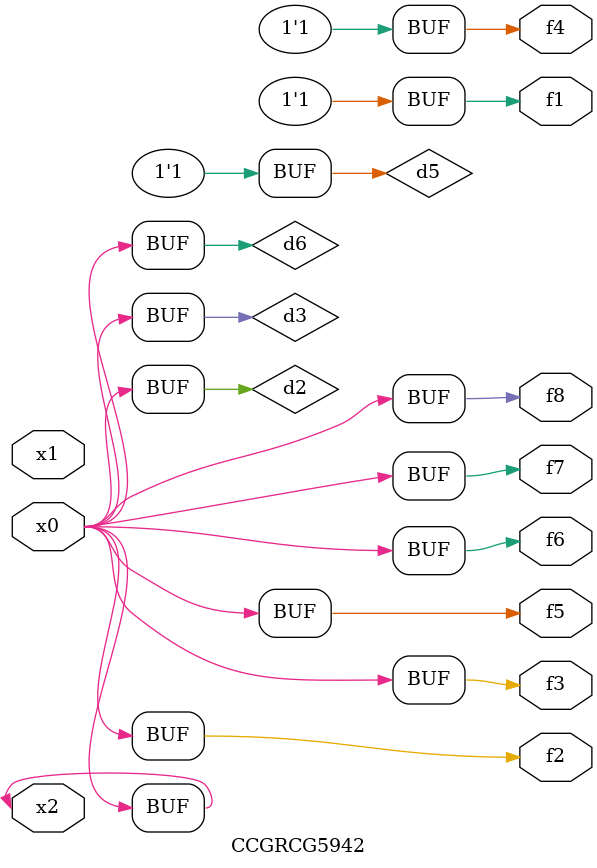
<source format=v>
module CCGRCG5942(
	input x0, x1, x2,
	output f1, f2, f3, f4, f5, f6, f7, f8
);

	wire d1, d2, d3, d4, d5, d6;

	xnor (d1, x2);
	buf (d2, x0, x2);
	and (d3, x0);
	xnor (d4, x1, x2);
	nand (d5, d1, d3);
	buf (d6, d2, d3);
	assign f1 = d5;
	assign f2 = d6;
	assign f3 = d6;
	assign f4 = d5;
	assign f5 = d6;
	assign f6 = d6;
	assign f7 = d6;
	assign f8 = d6;
endmodule

</source>
